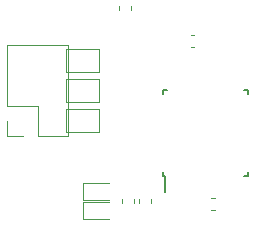
<source format=gbr>
G04 #@! TF.GenerationSoftware,KiCad,Pcbnew,(5.1.5)-3*
G04 #@! TF.CreationDate,2020-06-28T02:30:20+02:00*
G04 #@! TF.ProjectId,XenoGCFlex,58656e6f-4743-4466-9c65-782e6b696361,rev?*
G04 #@! TF.SameCoordinates,Original*
G04 #@! TF.FileFunction,Legend,Top*
G04 #@! TF.FilePolarity,Positive*
%FSLAX46Y46*%
G04 Gerber Fmt 4.6, Leading zero omitted, Abs format (unit mm)*
G04 Created by KiCad (PCBNEW (5.1.5)-3) date 2020-06-28 02:30:20*
%MOMM*%
%LPD*%
G04 APERTURE LIST*
%ADD10C,0.120000*%
%ADD11C,0.150000*%
G04 APERTURE END LIST*
D10*
X137457000Y-65290000D02*
X140257000Y-65290000D01*
X140257000Y-65290000D02*
X140257000Y-67290000D01*
X140257000Y-67290000D02*
X137457000Y-67290000D01*
X137457000Y-67290000D02*
X137457000Y-65290000D01*
X137457000Y-67830000D02*
X140257000Y-67830000D01*
X140257000Y-67830000D02*
X140257000Y-69830000D01*
X140257000Y-69830000D02*
X137457000Y-69830000D01*
X137457000Y-69830000D02*
X137457000Y-67830000D01*
X137457000Y-70370000D02*
X140257000Y-70370000D01*
X140257000Y-70370000D02*
X140257000Y-72370000D01*
X140257000Y-72370000D02*
X137457000Y-72370000D01*
X137457000Y-72370000D02*
X137457000Y-70370000D01*
X133808000Y-72700000D02*
X132478000Y-72700000D01*
X132478000Y-72700000D02*
X132478000Y-71370000D01*
X135078000Y-72700000D02*
X135078000Y-70100000D01*
X135078000Y-70100000D02*
X132478000Y-70100000D01*
X132478000Y-70100000D02*
X132478000Y-64960000D01*
X137678000Y-64960000D02*
X132478000Y-64960000D01*
X137678000Y-72700000D02*
X137678000Y-64960000D01*
X137678000Y-72700000D02*
X135078000Y-72700000D01*
D11*
X145901000Y-76022000D02*
X145901000Y-77447000D01*
X145676000Y-68772000D02*
X145676000Y-69097000D01*
X152926000Y-68772000D02*
X152926000Y-69097000D01*
X152926000Y-76022000D02*
X152926000Y-75697000D01*
X145676000Y-76022000D02*
X145676000Y-75697000D01*
X152926000Y-76022000D02*
X152601000Y-76022000D01*
X152926000Y-68772000D02*
X152601000Y-68772000D01*
X145676000Y-68772000D02*
X146001000Y-68772000D01*
X145676000Y-76022000D02*
X145901000Y-76022000D01*
D10*
X141999000Y-61663321D02*
X141999000Y-61988879D01*
X143019000Y-61663321D02*
X143019000Y-61988879D01*
X142192000Y-78008221D02*
X142192000Y-78333779D01*
X143212000Y-78008221D02*
X143212000Y-78333779D01*
X143676000Y-78008221D02*
X143676000Y-78333779D01*
X144696000Y-78008221D02*
X144696000Y-78333779D01*
X138888000Y-78118500D02*
X141173000Y-78118500D01*
X138888000Y-76648500D02*
X138888000Y-78118500D01*
X141173000Y-76648500D02*
X138888000Y-76648500D01*
X138888000Y-79693500D02*
X141173000Y-79693500D01*
X138888000Y-78223500D02*
X138888000Y-79693500D01*
X141173000Y-78223500D02*
X138888000Y-78223500D01*
X148358779Y-64097400D02*
X148033221Y-64097400D01*
X148358779Y-65117400D02*
X148033221Y-65117400D01*
X150073779Y-77910000D02*
X149748221Y-77910000D01*
X150073779Y-78930000D02*
X149748221Y-78930000D01*
M02*

</source>
